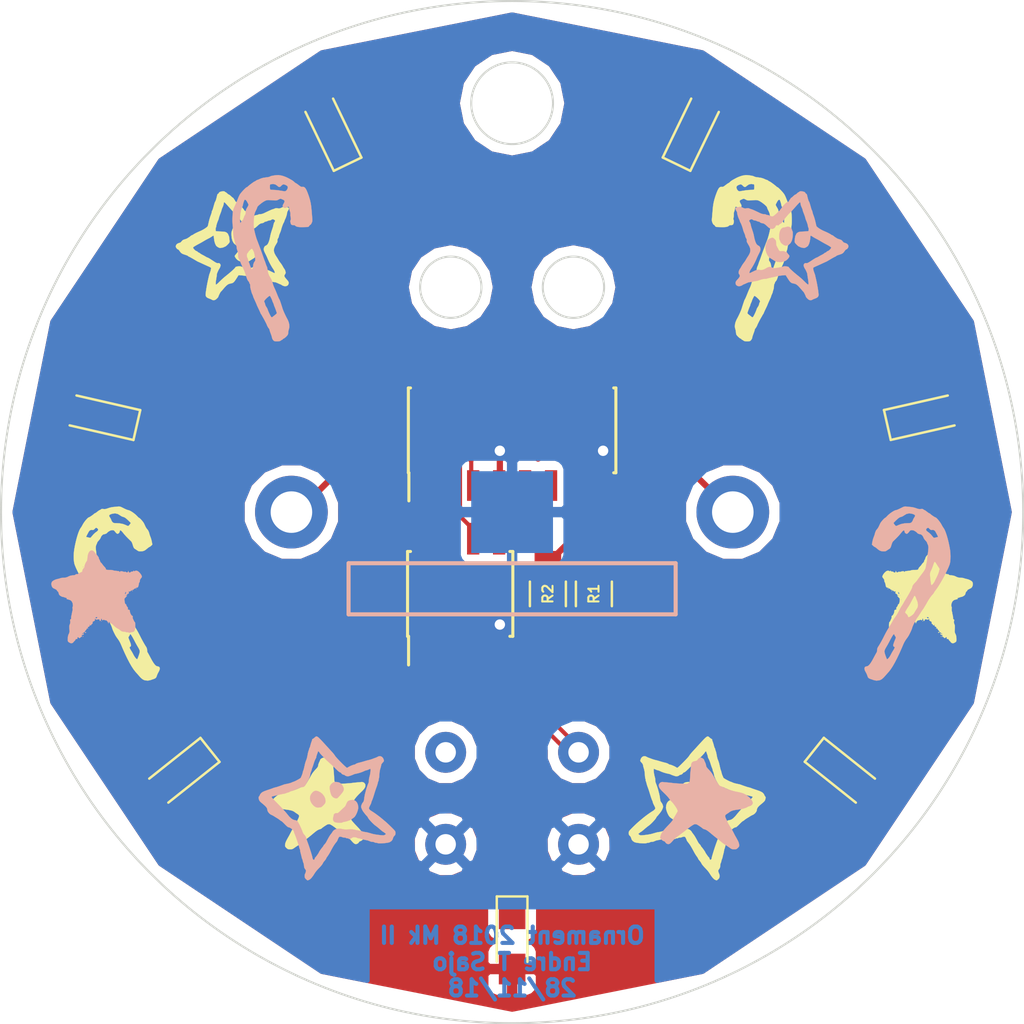
<source format=kicad_pcb>
(kicad_pcb (version 4) (host pcbnew 4.0.7)
  (layers (0 F.Cu signal) (31 B.Cu signal) (34 B.Paste user) (35 F.Paste user) (36 B.SilkS user) (37 F.SilkS user) (38 B.Mask user) (39 F.Mask user) (44 Edge.Cuts user))
  (net 0 "")
  (net 1 GND)
  (net 2 VCC)
  (net 3 "Net-(D1-Pad1)")
  (net 4 "Net-(D1-Pad2)")
  (net 5 "Net-(D2-Pad1)")
  (net 6 "Net-(D3-Pad1)")
  (net 7 "Net-(D4-Pad1)")
  (net 8 "Net-(D5-Pad1)")
  (net 9 "Net-(D6-Pad1)")
  (net 10 "Net-(D7-Pad1)")
  (net 11 "Net-(R2-Pad2)")
  (net 12 "Net-(U1-Pad1)")
  (net 13 "Net-(U1-Pad2)")
  (net 14 "Net-(U1-Pad5)")
  (net 15 "Net-(U1-Pad6)")
  (net 16 "Net-(U1-Pad7)")
  (net 17 "Net-(U2-Pad15)")
  (module img:fsilk (layer F.Cu) (at 140 100)
    (fp_text reference G*** hide)
    (fp_text value LOGO hide)
  )
  (module orn18:Tactile_Switch_6mm_x_6mm (layer B.Cu) (at 140 114 180)
    (fp_text reference SW1 hide)
    (fp_text value SW_Push hide)
    (pad 1 thru_hole circle (at -3.25 2.25 180) (size 2 2) (drill 1) (layers *.Cu *.Mask) (net 11 "Net-(R2-Pad2)"))
    (pad 2 thru_hole circle (at -3.25 -2.25 180) (size 2 2) (drill 1) (layers *.Cu *.Mask) (net 1 GND))
    (pad 1 thru_hole circle (at 3.25 2.25 180) (size 2 2) (drill 1) (layers *.Cu *.Mask) (net 11 "Net-(R2-Pad2)"))
    (pad 2 thru_hole circle (at 3.25 -2.25 180) (size 2 2) (drill 1) (layers *.Cu *.Mask) (net 1 GND))
  )
  (module LEDs:LED_0805_HandSoldering (layer F.Cu) (at 123.5 113 218.5)
    (fp_text reference D1 hide)
    (fp_text value LED hide)
    (pad 1 smd rect (at -1.35 0 218.5) (size 1.5 1.3) (layers F.Cu F.Paste F.Mask) (net 3 "Net-(D1-Pad1)"))
    (pad 2 smd rect (at 1.35 0 218.5) (size 1.5 1.3) (layers F.Cu F.Paste F.Mask) (net 4 "Net-(D1-Pad2)"))
  )
  (module LEDs:LED_0805_HandSoldering (layer F.Cu) (at 140 121 270)
    (fp_text reference D2 hide)
    (fp_text value LED hide)
    (pad 1 smd rect (at -1.35 0 270) (size 1.5 1.3) (layers F.Cu F.Paste F.Mask) (net 5 "Net-(D2-Pad1)"))
    (pad 2 smd rect (at 1.35 0 270) (size 1.5 1.3) (layers F.Cu F.Paste F.Mask) (net 4 "Net-(D1-Pad2)"))
  )
  (module LEDs:LED_0805_HandSoldering (layer F.Cu) (at 119.5 95.25 167.1)
    (fp_text reference D3 hide)
    (fp_text value LED hide)
    (pad 1 smd rect (at -1.35 0 167.1) (size 1.5 1.3) (layers F.Cu F.Paste F.Mask) (net 6 "Net-(D3-Pad1)"))
    (pad 2 smd rect (at 1.35 0 167.1) (size 1.5 1.3) (layers F.Cu F.Paste F.Mask) (net 4 "Net-(D1-Pad2)"))
  )
  (module LEDs:LED_0805_HandSoldering (layer F.Cu) (at 131 81 115.7)
    (fp_text reference D4 hide)
    (fp_text value LED hide)
    (pad 1 smd rect (at -1.35 0 115.7) (size 1.5 1.3) (layers F.Cu F.Paste F.Mask) (net 7 "Net-(D4-Pad1)"))
    (pad 2 smd rect (at 1.35 0 115.7) (size 1.5 1.3) (layers F.Cu F.Paste F.Mask) (net 4 "Net-(D1-Pad2)"))
  )
  (module LEDs:LED_0805_HandSoldering (layer F.Cu) (at 149 81 64.2)
    (fp_text reference D5 hide)
    (fp_text value LED hide)
    (pad 1 smd rect (at -1.35 0 64.2) (size 1.5 1.3) (layers F.Cu F.Paste F.Mask) (net 8 "Net-(D5-Pad1)"))
    (pad 2 smd rect (at 1.35 0 64.2) (size 1.5 1.3) (layers F.Cu F.Paste F.Mask) (net 4 "Net-(D1-Pad2)"))
  )
  (module LEDs:LED_0805_HandSoldering (layer F.Cu) (at 160.5 95.25 12.8)
    (fp_text reference D6 hide)
    (fp_text value LED hide)
    (pad 1 smd rect (at -1.35 0 12.8) (size 1.5 1.3) (layers F.Cu F.Paste F.Mask) (net 9 "Net-(D6-Pad1)"))
    (pad 2 smd rect (at 1.35 0 12.8) (size 1.5 1.3) (layers F.Cu F.Paste F.Mask) (net 4 "Net-(D1-Pad2)"))
  )
  (module LEDs:LED_0805_HandSoldering (layer F.Cu) (at 156.5 113 321.4)
    (fp_text reference D7 hide)
    (fp_text value LED hide)
    (pad 1 smd rect (at -1.35 0 321.4) (size 1.5 1.3) (layers F.Cu F.Paste F.Mask) (net 10 "Net-(D7-Pad1)"))
    (pad 2 smd rect (at 1.35 0 321.4) (size 1.5 1.3) (layers F.Cu F.Paste F.Mask) (net 4 "Net-(D1-Pad2)"))
  )
  (module Resistors_SMD:R_0805_HandSoldering (layer F.Cu) (at 144 104 270)
    (fp_text reference R1 (at 0 0 270) (layer F.SilkS) (effects (font (size 0.5 0.5) (thickness 0.1))))
    (fp_text value 330 hide)
    (pad 1 smd rect (at -1.35 0 270) (size 1.5 1.3) (layers F.Cu F.Paste F.Mask) (net 2 VCC))
    (pad 2 smd rect (at 1.35 0 270) (size 1.5 1.3) (layers F.Cu F.Paste F.Mask) (net 4 "Net-(D1-Pad2)"))
  )
  (module Resistors_SMD:R_0805_HandSoldering (layer F.Cu) (at 141.75 104 270)
    (fp_text reference R2 (at 0 0 270) (layer F.SilkS) (effects (font (size 0.5 0.5) (thickness 0.1))))
    (fp_text value 10K hide)
    (pad 1 smd rect (at -1.35 0 270) (size 1.5 1.3) (layers F.Cu F.Paste F.Mask) (net 2 VCC))
    (pad 2 smd rect (at 1.35 0 270) (size 1.5 1.3) (layers F.Cu F.Paste F.Mask) (net 11 "Net-(R2-Pad2)"))
  )
  (module Housings_SOIC:SOIC-8_3.9x4.9mm_Pitch1.27mm (layer F.Cu) (at 137.46 104 90)
    (fp_text reference U1 hide)
    (fp_text value ATTINY13A-SSU hide)
    (pad 1 smd rect (at -2.7 -1.905 90) (size 1.55 0.6) (layers F.Cu F.Paste F.Mask) (net 12 "Net-(U1-Pad1)"))
    (pad 2 smd rect (at -2.7 -0.635 90) (size 1.55 0.6) (layers F.Cu F.Paste F.Mask) (net 13 "Net-(U1-Pad2)"))
    (pad 3 smd rect (at -2.7 0.635 90) (size 1.55 0.6) (layers F.Cu F.Paste F.Mask) (net 11 "Net-(R2-Pad2)"))
    (pad 4 smd rect (at -2.7 1.905 90) (size 1.55 0.6) (layers F.Cu F.Paste F.Mask) (net 1 GND))
    (pad 5 smd rect (at 2.7 1.905 90) (size 1.55 0.6) (layers F.Cu F.Paste F.Mask) (net 14 "Net-(U1-Pad5)"))
    (pad 6 smd rect (at 2.7 0.635 90) (size 1.55 0.6) (layers F.Cu F.Paste F.Mask) (net 15 "Net-(U1-Pad6)"))
    (pad 7 smd rect (at 2.7 -0.635 90) (size 1.55 0.6) (layers F.Cu F.Paste F.Mask) (net 16 "Net-(U1-Pad7)"))
    (pad 8 smd rect (at 2.7 -1.905 90) (size 1.55 0.6) (layers F.Cu F.Paste F.Mask) (net 2 VCC))
  )
  (module Housings_SOIC:SOIC-16_3.9x9.9mm_Pitch1.27mm (layer F.Cu) (at 140 96 90)
    (fp_text reference U2 hide)
    (fp_text value 74LS138 hide)
    (pad 1 smd rect (at -2.7 -4.445 90) (size 1.5 0.6) (layers F.Cu F.Paste F.Mask) (net 15 "Net-(U1-Pad6)"))
    (pad 2 smd rect (at -2.7 -3.175 90) (size 1.5 0.6) (layers F.Cu F.Paste F.Mask) (net 16 "Net-(U1-Pad7)"))
    (pad 3 smd rect (at -2.7 -1.905 90) (size 1.5 0.6) (layers F.Cu F.Paste F.Mask) (net 13 "Net-(U1-Pad2)"))
    (pad 4 smd rect (at -2.7 -0.635 90) (size 1.5 0.6) (layers F.Cu F.Paste F.Mask) (net 1 GND))
    (pad 5 smd rect (at -2.7 0.635 90) (size 1.5 0.6) (layers F.Cu F.Paste F.Mask) (net 1 GND))
    (pad 6 smd rect (at -2.7 1.905 90) (size 1.5 0.6) (layers F.Cu F.Paste F.Mask) (net 14 "Net-(U1-Pad5)"))
    (pad 7 smd rect (at -2.7 3.175 90) (size 1.5 0.6) (layers F.Cu F.Paste F.Mask) (net 10 "Net-(D7-Pad1)"))
    (pad 8 smd rect (at -2.7 4.445 90) (size 1.5 0.6) (layers F.Cu F.Paste F.Mask) (net 1 GND))
    (pad 9 smd rect (at 2.7 4.445 90) (size 1.5 0.6) (layers F.Cu F.Paste F.Mask) (net 9 "Net-(D6-Pad1)"))
    (pad 10 smd rect (at 2.7 3.175 90) (size 1.5 0.6) (layers F.Cu F.Paste F.Mask) (net 8 "Net-(D5-Pad1)"))
    (pad 11 smd rect (at 2.7 1.905 90) (size 1.5 0.6) (layers F.Cu F.Paste F.Mask) (net 7 "Net-(D4-Pad1)"))
    (pad 12 smd rect (at 2.7 0.635 90) (size 1.5 0.6) (layers F.Cu F.Paste F.Mask) (net 6 "Net-(D3-Pad1)"))
    (pad 13 smd rect (at 2.7 -0.635 90) (size 1.5 0.6) (layers F.Cu F.Paste F.Mask) (net 5 "Net-(D2-Pad1)"))
    (pad 14 smd rect (at 2.7 -1.905 90) (size 1.5 0.6) (layers F.Cu F.Paste F.Mask) (net 3 "Net-(D1-Pad1)"))
    (pad 15 smd rect (at 2.7 -3.175 90) (size 1.5 0.6) (layers F.Cu F.Paste F.Mask) (net 17 "Net-(U2-Pad15)"))
    (pad 16 smd rect (at 2.7 -4.445 90) (size 1.5 0.6) (layers F.Cu F.Paste F.Mask) (net 2 VCC))
  )
  (module orn18:Keystone_3035_nosilk (layer B.Cu) (at 140 100 180)
    (fp_text reference BT1 hide)
    (fp_text value Battery_Cell hide)
    (pad 2 smd rect (at 0 0 180) (size 4 4) (layers B.Cu B.Paste B.Mask) (net 1 GND))
    (pad 1 thru_hole circle (at 10.795 0 180) (size 3.556 3.556) (drill 2.032) (layers *.Cu *.Mask) (net 2 VCC))
    (pad 1 thru_hole circle (at -10.795 0 180) (size 3.556 3.556) (drill 2.032) (layers *.Cu *.Mask) (net 2 VCC))
  )
  (module img:fsilk (layer B.Cu) (at 140 100 180)
    (fp_text reference G*** hide)
    (fp_text value LOGO hide)
  )
  (gr_circle (center 143 89) (end 141.5 89) (layer Edge.Cuts) (width 0.1))
  (gr_circle (center 137 89) (end 138.5 89) (layer Edge.Cuts) (width 0.1))
  (gr_text "Ornament 2018 Mk II\nEndre T Sajo\n28/11/18" (at 140 122) (layer B.Cu) (effects (font (size 0.8 0.8) (thickness 0.2)) (justify mirror)))
  (gr_line (start 132 102.5) (end 132 105) (angle 90) (layer B.SilkS) (width 0.2))
  (gr_line (start 148 102.5) (end 132 102.5) (angle 90) (layer B.SilkS) (width 0.2))
  (gr_line (start 148 105) (end 148 102.5) (angle 90) (layer B.SilkS) (width 0.2))
  (gr_line (start 132 105) (end 148 105) (angle 90) (layer B.SilkS) (width 0.2))
  (gr_circle (center 140 80) (end 140 82) (layer Edge.Cuts) (width 0.1))
  (gr_circle (center 140 100) (end 140 125) (layer Edge.Cuts) (width 0.1))
  (segment (start 139.4 105.5) (end 139.4 106.665) (width 0.3048) (layer F.Cu) (net 1))
  (via (at 139.4 105.5) (size 0.762) (drill 0.508) (layers F.Cu B.Cu) (net 1))
  (segment (start 139.4 106.665) (end 139.365 106.7) (width 0.3048) (layer F.Cu) (net 1))
  (segment (start 144.395 98.2) (end 144.45 98.145) (width 0.3048) (layer F.Cu) (net 1))
  (segment (start 144.45 98.145) (end 144.45 97) (width 0.3048) (layer F.Cu) (net 1))
  (via (at 144.45 97) (size 0.762) (drill 0.508) (layers F.Cu B.Cu) (net 1))
  (segment (start 139.365 98.2) (end 139.4 98.15) (width 0.3048) (layer F.Cu) (net 1))
  (segment (start 139.4 98.15) (end 139.4 97) (width 0.3048) (layer F.Cu) (net 1))
  (via (at 139.4 97) (size 0.762) (drill 0.508) (layers F.Cu B.Cu) (net 1))
  (segment (start 139.315 107.25) (end 139.25 107.25) (width 0.3048) (layer F.Cu) (net 1))
  (segment (start 139.365 98.2) (end 140.635 98.2) (width 0.3048) (layer F.Cu) (net 1))
  (segment (start 145.5 99.25) (end 145.5 99.5) (width 0.3048) (layer F.Cu) (net 2))
  (segment (start 144 100.25) (end 141.75 102.5) (width 0.3048) (layer F.Cu) (net 2))
  (segment (start 144.75 100.25) (end 144 100.25) (width 0.3048) (layer F.Cu) (net 2))
  (segment (start 145.5 99.5) (end 144.75 100.25) (width 0.3048) (layer F.Cu) (net 2))
  (segment (start 141.75 102.5) (end 141.75 102.65) (width 0.3048) (layer F.Cu) (net 2))
  (segment (start 141.75 102.65) (end 136.25 102.65) (width 0.3048) (layer F.Cu) (net 2))
  (segment (start 136.25 102.65) (end 135.6 102) (width 0.3048) (layer F.Cu) (net 2))
  (segment (start 135.6 102) (end 135.555 101.3) (width 0.3048) (layer F.Cu) (net 2))
  (segment (start 141.75 102.65) (end 144.25 102.65) (width 0.3048) (layer F.Cu) (net 2))
  (segment (start 144.25 102.5) (end 144.25 102.65) (width 0.3048) (layer F.Cu) (net 2))
  (segment (start 135.555 101.8) (end 135.5 101.855) (width 0.3048) (layer F.Cu) (net 2))
  (segment (start 135.5 101.855) (end 135.5 101.75) (width 0.3048) (layer F.Cu) (net 2))
  (segment (start 141.4 102.6) (end 142 103.15) (width 0.3048) (layer F.Cu) (net 2))
  (segment (start 129.2275 100.2725) (end 135.5775 93.9225) (width 0.3048) (layer F.Cu) (net 2))
  (segment (start 135.5775 93.9225) (end 135.555 92.8) (width 0.3048) (layer F.Cu) (net 2))
  (segment (start 150.795 100) (end 148.25 97.5) (width 0.3048) (layer F.Cu) (net 2))
  (segment (start 148.25 97.5) (end 146.25 97.5) (width 0.3048) (layer F.Cu) (net 2))
  (segment (start 146.25 97.5) (end 145.5 98.25) (width 0.3048) (layer F.Cu) (net 2))
  (segment (start 145.5 98.25) (end 145.5 99.25) (width 0.3048) (layer F.Cu) (net 2))
  (segment (start 145.5 99.25) (end 145.5 99.25) (width 0.3048) (layer F.Cu) (net 2))
  (segment (start 138.095 92.8) (end 138 92.895) (width 0.2032) (layer F.Cu) (net 3))
  (segment (start 138 92.895) (end 138.25 93.75) (width 0.2032) (layer F.Cu) (net 3))
  (segment (start 133.75 102.966126) (end 124.556521 112.159605) (width 0.2032) (layer F.Cu) (net 3))
  (segment (start 133.75 97.25) (end 133.75 102.966126) (width 0.2032) (layer F.Cu) (net 3))
  (segment (start 135.25 95.75) (end 133.75 97.25) (width 0.2032) (layer F.Cu) (net 3))
  (segment (start 135.25 95.75) (end 135.25 95.75) (width 0.2032) (layer F.Cu) (net 3))
  (segment (start 136.25 95.75) (end 135.25 95.75) (width 0.2032) (layer F.Cu) (net 3))
  (segment (start 138.25 93.75) (end 136.25 95.75) (width 0.2032) (layer F.Cu) (net 3))
  (segment (start 138.095 92.8) (end 138 92.705) (width 0.2032) (layer F.Cu) (net 3))
  (segment (start 138 92.895) (end 138.25 93.75) (width 0.2032) (layer F.Cu) (net 3))
  (segment (start 139.365 93.385) (end 139.5 93.75) (width 0.2032) (layer F.Cu) (net 5))
  (segment (start 138.25 108) (end 139 108.75) (width 0.2032) (layer F.Cu) (net 5))
  (segment (start 139 108.75) (end 140 109.75) (width 0.2032) (layer F.Cu) (net 5))
  (segment (start 140 109.75) (end 140 119.65) (width 0.2032) (layer F.Cu) (net 5))
  (segment (start 134.25 107.25) (end 135 108) (width 0.2032) (layer F.Cu) (net 5))
  (segment (start 134.25 97.5) (end 134.25 107.25) (width 0.2032) (layer F.Cu) (net 5))
  (segment (start 135.5 96.25) (end 134.25 97.5) (width 0.2032) (layer F.Cu) (net 5))
  (segment (start 137 96.25) (end 135.5 96.25) (width 0.2032) (layer F.Cu) (net 5))
  (segment (start 139.5 93.75) (end 137 96.25) (width 0.2032) (layer F.Cu) (net 5))
  (segment (start 135 108) (end 135 108) (width 0.2032) (layer F.Cu) (net 5))
  (segment (start 135 108) (end 138.25 108) (width 0.2032) (layer F.Cu) (net 5))
  (segment (start 139.365 93.385) (end 139.365 92.8) (width 0.2032) (layer F.Cu) (net 5))
  (segment (start 139.365 92.8) (end 139.5 93) (width 0.2032) (layer F.Cu) (net 5))
  (segment (start 140.635 92.8) (end 140.75 92.685) (width 0.2032) (layer F.Cu) (net 6))
  (segment (start 140.75 92.685) (end 140.75 93) (width 0.2032) (layer F.Cu) (net 6))
  (segment (start 140.75 93) (end 139.75 92) (width 0.2032) (layer F.Cu) (net 6))
  (segment (start 139.75 92) (end 124.75 92) (width 0.2032) (layer F.Cu) (net 6))
  (segment (start 124.75 92) (end 121.25 95.5) (width 0.2032) (layer F.Cu) (net 6))
  (segment (start 131.868986 82.5) (end 136.25 82.5) (width 0.2032) (layer F.Cu) (net 7))
  (segment (start 136.25 82.5) (end 140 86.25) (width 0.2032) (layer F.Cu) (net 7))
  (segment (start 140 86.25) (end 140 91) (width 0.2032) (layer F.Cu) (net 7))
  (segment (start 140 91) (end 141.25 92.25) (width 0.2032) (layer F.Cu) (net 7))
  (segment (start 141.25 92.25) (end 141.75 92.75) (width 0.2032) (layer F.Cu) (net 7))
  (segment (start 131.58544 82.216454) (end 131.868986 82.5) (width 0.2032) (layer F.Cu) (net 7))
  (segment (start 141.905 92.8) (end 141.75 92.705) (width 0.2032) (layer F.Cu) (net 7))
  (segment (start 143.175 92.8) (end 143.25 92.725) (width 0.2032) (layer F.Cu) (net 8))
  (segment (start 143.25 92.725) (end 143.25 92.75) (width 0.2032) (layer F.Cu) (net 8))
  (segment (start 143.25 92.75) (end 146 90) (width 0.2032) (layer F.Cu) (net 8))
  (segment (start 146 90) (end 146 84.127868) (width 0.2032) (layer F.Cu) (net 8))
  (segment (start 146 84.127868) (end 148.412438 81.71543) (width 0.2032) (layer F.Cu) (net 8))
  (segment (start 144.25 93.5) (end 145.145 94.25) (width 0.2032) (layer F.Cu) (net 9))
  (segment (start 157.384458 94.25) (end 158.683548 95.54909) (width 0.2032) (layer F.Cu) (net 9))
  (segment (start 145.145 94.25) (end 157.384458 94.25) (width 0.2032) (layer F.Cu) (net 9))
  (segment (start 143.175 98.2) (end 143.25 98.125) (width 0.2032) (layer F.Cu) (net 10))
  (segment (start 143.25 98.125) (end 143.25 96.75) (width 0.2032) (layer F.Cu) (net 10))
  (segment (start 145.736538 96.767308) (end 152.25 96.75) (width 0.2032) (layer F.Cu) (net 10))
  (segment (start 145.236538 96.267308) (end 145.736538 96.767308) (width 0.2032) (layer F.Cu) (net 10))
  (segment (start 145 96) (end 145.236538 96.267308) (width 0.2032) (layer F.Cu) (net 10))
  (segment (start 145 96) (end 145 96) (width 0.2032) (layer F.Cu) (net 10))
  (segment (start 145 96) (end 145 96) (width 0.2032) (layer F.Cu) (net 10))
  (segment (start 144 96) (end 145 96) (width 0.2032) (layer F.Cu) (net 10))
  (segment (start 143.25 96.75) (end 144 96) (width 0.2032) (layer F.Cu) (net 10))
  (segment (start 152.25 96.75) (end 155.25 99.75) (width 0.2032) (layer F.Cu) (net 10))
  (segment (start 155.25 99.75) (end 155.25 111.962816) (width 0.2032) (layer F.Cu) (net 10))
  (segment (start 155.25 111.962816) (end 155.444947 112.157763) (width 0.2032) (layer F.Cu) (net 10))
  (segment (start 143.25 111.75) (end 142.75 111.75) (width 0.2032) (layer F.Cu) (net 11))
  (segment (start 142.75 111.75) (end 142.25 111.25) (width 0.2032) (layer F.Cu) (net 11))
  (segment (start 138 107) (end 142.25 111.25) (width 0.2032) (layer F.Cu) (net 11))
  (segment (start 143.25 111.75) (end 143.25 111.5) (width 0.2032) (layer F.Cu) (net 11))
  (segment (start 143.25 111.5) (end 142.25 110.5) (width 0.2032) (layer F.Cu) (net 11))
  (segment (start 143 111.5) (end 143.25 111.75) (width 0.2032) (layer F.Cu) (net 11))
  (segment (start 142 105.85) (end 141.9 105.75) (width 0.2032) (layer F.Cu) (net 11))
  (segment (start 141.9 105.75) (end 141.75 105.5) (width 0.2032) (layer F.Cu) (net 11))
  (segment (start 140.25 108.5) (end 142.25 110.5) (width 0.2032) (layer F.Cu) (net 11))
  (segment (start 140.25 108.25) (end 140.25 108.5) (width 0.2032) (layer F.Cu) (net 11))
  (segment (start 140.25 107) (end 140.25 108.25) (width 0.2032) (layer F.Cu) (net 11))
  (segment (start 141.75 105.5) (end 140.25 107) (width 0.2032) (layer F.Cu) (net 11))
  (segment (start 138.095 107.2) (end 138.25 107.355) (width 0.2032) (layer F.Cu) (net 11))
  (segment (start 142.25 110.5) (end 142.25 110.5) (width 0.2032) (layer F.Cu) (net 11))
  (segment (start 142 105.85) (end 141.85 105.7) (width 0.2032) (layer F.Cu) (net 11))
  (segment (start 138.1 107.195) (end 138.095 107.2) (width 0.2032) (layer F.Cu) (net 11))
  (segment (start 134.75 97.75) (end 134.75 102.75) (width 0.2032) (layer F.Cu) (net 13))
  (segment (start 135.75 96.75) (end 134.75 97.75) (width 0.2032) (layer F.Cu) (net 13))
  (segment (start 137.25 96.75) (end 135.75 96.75) (width 0.2032) (layer F.Cu) (net 13))
  (segment (start 138 97.5) (end 137.25 96.75) (width 0.2032) (layer F.Cu) (net 13))
  (segment (start 138 97.5) (end 138 97.5) (width 0.2032) (layer F.Cu) (net 13))
  (segment (start 136.75 106) (end 136.75 106.5) (width 0.2032) (layer F.Cu) (net 13))
  (segment (start 136.25 105.5) (end 136.75 106) (width 0.2032) (layer F.Cu) (net 13))
  (segment (start 134.75 103.75) (end 136.25 105.5) (width 0.2032) (layer F.Cu) (net 13))
  (segment (start 134.75 103.75) (end 134.75 103.75) (width 0.2032) (layer F.Cu) (net 13))
  (segment (start 134.75 102.75) (end 134.75 103.75) (width 0.2032) (layer F.Cu) (net 13))
  (segment (start 136.75 106.5) (end 136.75 107.125) (width 0.2032) (layer F.Cu) (net 13))
  (segment (start 136.75 107.125) (end 136.825 107.2) (width 0.2032) (layer F.Cu) (net 13))
  (segment (start 138.095 98.2) (end 138 98.105) (width 0.2032) (layer F.Cu) (net 13))
  (segment (start 138 98.105) (end 138 97.5) (width 0.2032) (layer F.Cu) (net 13))
  (segment (start 136.9 107.125) (end 136.825 107.2) (width 0.2032) (layer F.Cu) (net 13))
  (segment (start 139.365 101.3) (end 139.365 100.885) (width 0.2032) (layer F.Cu) (net 14))
  (segment (start 139.365 100.885) (end 140.25 100) (width 0.2032) (layer F.Cu) (net 14))
  (segment (start 140.25 100) (end 141 100) (width 0.2032) (layer F.Cu) (net 14))
  (segment (start 141 100) (end 141.655 99.345) (width 0.2032) (layer F.Cu) (net 14))
  (segment (start 141.655 99.345) (end 141.905 98.7) (width 0.2032) (layer F.Cu) (net 14))
  (segment (start 141.905 98.76) (end 141.905 98.2) (width 0.2032) (layer F.Cu) (net 14))
  (segment (start 137.45 100.195) (end 137.45 100.2) (width 0.2032) (layer F.Cu) (net 15))
  (segment (start 137.45 100.195) (end 137.45 97.7) (width 0.2032) (layer F.Cu) (net 15))
  (segment (start 135.495 97.745) (end 135.5 97.75) (width 0.2032) (layer F.Cu) (net 15))
  (segment (start 137.45 97.7) (end 137 97.25) (width 0.2032) (layer F.Cu) (net 15))
  (segment (start 137 97.25) (end 136.25 97.25) (width 0.2032) (layer F.Cu) (net 15))
  (segment (start 136.25 97.25) (end 136 97.25) (width 0.2032) (layer F.Cu) (net 15))
  (segment (start 136 97.25) (end 135.495 97.745) (width 0.2032) (layer F.Cu) (net 15))
  (segment (start 135.5 98.5) (end 135.5 97.75) (width 0.2032) (layer F.Cu) (net 15))
  (segment (start 137.45 100.2) (end 138.15 100.9) (width 0.2032) (layer F.Cu) (net 15))
  (segment (start 136.825 101.8) (end 136.825 98.2) (width 0.2032) (layer F.Cu) (net 16))
  (zone (net 4) (net_name "Net-(D1-Pad2)") (layer F.Cu) (connect_pads (clearance 0.508)) (min_thickness 0.254) (fill yes (arc_segments 16) (thermal_gap 0.508) (thermal_bridge_width 0.508))
    (polygon (pts (xy 165 125) (xy 115 125) (xy 115 75) (xy 165 75)))
  )
  (zone (net 1) (net_name GND) (layer B.Cu) (connect_pads (clearance 0.508)) (min_thickness 0.254) (fill yes (arc_segments 16) (thermal_gap 0.508) (thermal_bridge_width 0.508))
    (polygon (pts (xy 165 125) (xy 115 125) (xy 115 75) (xy 165 75)))
  )
)
</source>
